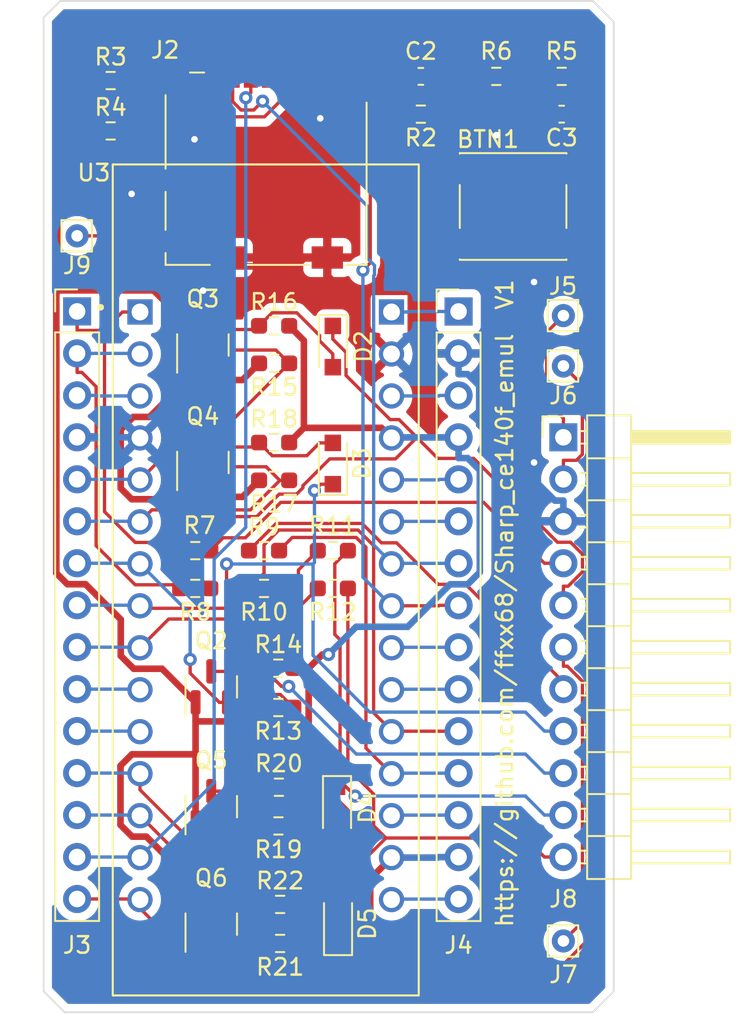
<source format=kicad_pcb>
(kicad_pcb (version 20211014) (generator pcbnew)
  (title_block (title "Sharp CE-140F Emulator") (date "2022-11-15") (rev "1") (comment 4 "AISLER Project ID: DIQRWUOC"))
  (layers (0 "F.Cu" signal) (31 "B.Cu" signal) (34 "B.Paste" user) (35 "F.Paste" user) (36 "B.SilkS" user "B.Silkscreen") (37 "F.SilkS" user "F.Silkscreen") (38 "B.Mask" user) (39 "F.Mask" user) (44 "Edge.Cuts" user))
  (property "CONFIGURATIONPARAMETERS" "")
  (property "CONFIGURATORNAME" "")
  (property "DOCUMENTNUMBER" "MB1136")
  (property "ISUSERCONFIGURABLE" "")
  (property "PROJECT" "NUCLEO-XXXXRX")
  (property "SHEETTOTAL" "5")
  (property "VERSIONCONTROL_PROJFOLDERREVNUMBER" "")
  (property "VERSIONCONTROL_REVNUMBER" "")
  (net 0 "")
  (net 1 "/conn_dout")
  (net 2 "/conn_din")
  (net 3 "/conn_sel2")
  (net 4 "/conn_sel1")
  (net 5 "+5V")
  (net 6 "GND")
  (net 7 "/conn_busy")
  (net 8 "/conn_xout")
  (net 9 "/conn_ack")
  (net 10 "+3V3")
  (net 12 "/sd_sck")
  (net 15 "/sd_cd")
  (net 16 "/Level Conv2/conv_HV")
  (net 17 "/Level Conv3/conv_HV")
  (net 18 "/Level Conv4/conv_HV")
  (net 19 "/Level Conv5/conv_HV")
  (net 20 "/rc_btn")
  (net 21 "CN3_1")
  (net 22 "CN3_2")
  (net 23 "CN4_7")
  (net 24 "CN4_8")
  (net 25 "CN3_3")
  (net 26 "CN3_10")
  (net 27 "CN3_11")
  (net 28 "CN3_5")
  (net 29 "CN3_6")
  (net 30 "CN3_7")
  (net 31 "CN3_8")
  (net 32 "CN4_1")
  (net 33 "CN4_3")
  (net 34 "CN4_5")
  (net 35 "CN4_6")
  (net 36 "CN4_9")
  (net 37 "CN4_10")
  (net 38 "CN4_13")
  (net 39 "CN4_15")
  (net 40 "CN3_15")
  (net 41 "CN3_14")
  (net 42 "CN3_9")
  (net 43 "CN3_12")
  (net 44 "CN3_13")
  (net 45 "CN4_11")
  (net 46 "CN4_12")
  (net 47 "/conn_mtout2")
  (net 48 "/conn_vgg")
  (net 49 "/conn_xin")
  (footprint "Connector_Card:microSD_HC_Molex_104031-0811" (layer "F.Cu") (at 173.482 110.236)
    (fp_text reference "J2")
    (fp_text value "Micro_SD_Card_Det")
  )
  (footprint "Resistor_SMD:R_0603_1608Metric_Pad0.98x0.95mm_HandSolder" (layer "F.Cu") (at 174.2769 147.6678)
    (fp_text reference "R20")
    (fp_text value "10k")
  )
  (footprint "Resistor_SMD:R_0603_1608Metric_Pad0.98x0.95mm_HandSolder" (layer "F.Cu") (at 164.084 107.95)
    (fp_text reference "R4")
    (fp_text value "47k")
  )
  (footprint "Resistor_SMD:R_0603_1608Metric_Pad0.98x0.95mm_HandSolder" (layer "F.Cu") (at 174.3524 154.7595)
    (fp_text reference "R22")
    (fp_text value "10k")
  )
  (footprint "Resistor_SMD:R_0603_1608Metric_Pad0.98x0.95mm_HandSolder" (layer "F.Cu") (at 174.2508 150.0098 180)
    (fp_text reference "R19")
    (fp_text value "10k")
  )
  (footprint "Resistor_SMD:R_0603_1608Metric_Pad0.98x0.95mm_HandSolder" (layer "F.Cu") (at 169.211 135.636 180)
    (fp_text reference "R8")
    (fp_text value "10k")
  )
  (footprint "Connector_Pin:Pin_D0.7mm_L6.5mm_W1.8mm_FlatFork" (layer "F.Cu") (at 162.052 114.3)
    (fp_text reference "J9")
    (fp_text value "Conn_01x01")
  )
  (footprint "Resistor_SMD:R_0603_1608Metric_Pad0.98x0.95mm_HandSolder" (layer "F.Cu") (at 173.99 122.0153 180)
    (fp_text reference "R15")
    (fp_text value "10k")
  )
  (footprint "Resistor_SMD:R_0603_1608Metric_Pad0.98x0.95mm_HandSolder" (layer "F.Cu") (at 173.99 126.8095)
    (fp_text reference "R18")
    (fp_text value "10k")
  )
  (footprint "Connector_Pin:Pin_D0.7mm_L6.5mm_W1.8mm_FlatFork" (layer "F.Cu") (at 191.516 119.126)
    (fp_text reference "J5")
    (fp_text value "Conn_01x01")
  )
  (footprint "Package_TO_SOT_SMD:SOT-23" (layer "F.Cu") (at 169.672 128.016 90)
    (fp_text reference "Q4")
    (fp_text value "BSS138")
  )
  (footprint "Diode_SMD:D_SOD-323_HandSoldering" (layer "F.Cu") (at 177.546 128.0795 90)
    (fp_text reference "D3")
    (fp_text value "1N4148")
  )
  (footprint "Diode_SMD:D_SOD-323_HandSoldering" (layer "F.Cu") (at 177.546 120.9993 -90)
    (fp_text reference "D2")
    (fp_text value "1N4148")
  )
  (footprint "Resistor_SMD:R_0603_1608Metric_Pad0.98x0.95mm_HandSolder" (layer "F.Cu") (at 164.084 104.902)
    (fp_text reference "R3")
    (fp_text value "47k")
  )
  (footprint "Resistor_SMD:R_0603_1608Metric_Pad0.98x0.95mm_HandSolder" (layer "F.Cu") (at 187.452 104.648)
    (fp_text reference "R6")
    (fp_text value "100")
  )
  (footprint "Connector_Pin:Pin_D0.7mm_L6.5mm_W1.8mm_FlatFork" (layer "F.Cu") (at 191.516 122.174)
    (fp_text reference "J6")
    (fp_text value "Conn_01x01")
  )
  (footprint "Resistor_SMD:R_0603_1608Metric_Pad0.98x0.95mm_HandSolder" (layer "F.Cu") (at 173.99 129.0955 180)
    (fp_text reference "R17")
    (fp_text value "10k")
  )
  (footprint "Connector_PinHeader_2.54mm:PinHeader_1x11_P2.54mm_Horizontal" (layer "F.Cu") (at 191.516 126.492)
    (fp_text reference "J8")
    (fp_text value "Sharp PC 11-pin")
  )
  (footprint "Connector_Pin:Pin_D0.7mm_L6.5mm_W1.8mm_FlatFork" (layer "F.Cu") (at 191.516 156.972)
    (fp_text reference "J7")
    (fp_text value "Conn_01x01")
  )
  (footprint "Package_TO_SOT_SMD:SOT-23" (layer "F.Cu") (at 169.672 120.904 90)
    (fp_text reference "Q3")
    (fp_text value "BSS138")
  )
  (footprint "Resistor_SMD:R_0603_1608Metric_Pad0.98x0.95mm_HandSolder" (layer "F.Cu") (at 182.88 106.934 180)
    (fp_text reference "R2")
    (fp_text value "47k")
  )
  (footprint "Resistor_SMD:R_0603_1608Metric_Pad0.98x0.95mm_HandSolder" (layer "F.Cu") (at 174.3524 157.1218 180)
    (fp_text reference "R21")
    (fp_text value "10k")
  )
  (footprint "Package_TO_SOT_SMD:SOT-23" (layer "F.Cu") (at 170.18 141.5946 90)
    (fp_text reference "Q2")
    (fp_text value "BSS138")
  )
  (footprint "Package_TO_SOT_SMD:SOT-23" (layer "F.Cu") (at 170.18 155.956 90)
    (fp_text reference "Q6")
    (fp_text value "BSS138")
  )
  (footprint "Resistor_SMD:R_0603_1608Metric_Pad0.98x0.95mm_HandSolder" (layer "F.Cu") (at 173.3785 135.636 180)
    (fp_text reference "R10")
    (fp_text value "10k")
  )
  (footprint "Button_Switch_SMD:SW_Push_1P1T_NO_6x6mm_H9.5mm" (layer "F.Cu") (at 188.468 112.522)
    (fp_text reference "BTN1")
    (fp_text value "User_button")
  )
  (footprint "Diode_SMD:D_SOD-323_HandSoldering" (layer "F.Cu") (at 177.8009 148.8918 -90)
    (fp_text reference "D4")
    (fp_text value "1N4148")
  )
  (footprint "Resistor_SMD:R_0603_1608Metric_Pad0.98x0.95mm_HandSolder" (layer "F.Cu") (at 169.211 133.35 180)
    (fp_text reference "R7")
    (fp_text value "10k")
  )
  (footprint "Capacitor_SMD:C_0603_1608Metric_Pad1.08x0.95mm_HandSolder" (layer "F.Cu") (at 191.4125 106.934 180)
    (fp_text reference "C3")
    (fp_text value "100n")
  )
  (footprint "Resistor_SMD:R_0603_1608Metric_Pad0.98x0.95mm_HandSolder" (layer "F.Cu") (at 174.2423 142.8435 180)
    (fp_text reference "R13")
    (fp_text value "10k")
  )
  (footprint "Resistor_SMD:R_0603_1608Metric_Pad0.98x0.95mm_HandSolder" (layer "F.Cu") (at 177.546 135.636 180)
    (fp_text reference "R12")
    (fp_text value "10k")
  )
  (footprint "MyLibrary:MODULE_NUCLEO-L432KC" (layer "F.Cu") (at 173.482 135.123)
    (fp_text reference "U3")
    (fp_text value "NUCLEO-L432KC")
  )
  (footprint "Package_TO_SOT_SMD:SOT-23" (layer "F.Cu") (at 170.18 148.844 90)
    (fp_text reference "Q5")
    (fp_text value "BSS138")
  )
  (footprint "Capacitor_SMD:C_0603_1608Metric_Pad1.08x0.95mm_HandSolder" (layer "F.Cu") (at 182.88 104.648 180)
    (fp_text reference "C2")
    (fp_text value "100n")
  )
  (footprint "Resistor_SMD:R_0603_1608Metric_Pad0.98x0.95mm_HandSolder" (layer "F.Cu") (at 173.3785 133.35)
    (fp_text reference "R9")
    (fp_text value "10k")
  )
  (footprint "Resistor_SMD:R_0603_1608Metric_Pad0.98x0.95mm_HandSolder" (layer "F.Cu") (at 174.2423 140.462)
    (fp_text reference "R14")
    (fp_text value "10k")
  )
  (footprint "Resistor_SMD:R_0603_1608Metric_Pad0.98x0.95mm_HandSolder" (layer "F.Cu") (at 173.99 119.7461)
    (fp_text reference "R16")
    (fp_text value "10k")
  )
  (footprint "Resistor_SMD:R_0603_1608Metric_Pad0.98x0.95mm_HandSolder" (layer "F.Cu") (at 191.4125 104.648 180)
    (fp_text reference "R5")
    (fp_text value "47k")
  )
  (footprint "Diode_SMD:D_SOD-323_HandSoldering" (layer "F.Cu") (at 177.8624 155.9279 90)
    (fp_text reference "D5")
    (fp_text value "1N4148")
  )
  (footprint "Connector_PinHeader_2.54mm:PinHeader_1x15_P2.54mm_Vertical" (layer "F.Cu") (at 185.166 118.877)
    (fp_text reference "J4")
    (fp_text value "Conn_01x15")
  )
  (footprint "Resistor_SMD:R_0603_1608Metric_Pad0.98x0.95mm_HandSolder" (layer "F.Cu") (at 177.546 133.35 180)
    (fp_text reference "R11")
    (fp_text value "10k")
  )
  (footprint "Connector_PinHeader_2.54mm:PinHeader_1x15_P2.54mm_Vertical" (layer "F.Cu") (at 162.052 118.872)
    (fp_text reference "J3")
    (fp_text value "Conn_01x15")
  )
  (gr_line (start 194.564 101.346) (end 193.294 100.076) (layer "Edge.Cuts") (width 0.1))
  (gr_line (start 161.036 100.076) (end 160.02 101.092) (layer "Edge.Cuts") (width 0.1))
  (gr_line (start 161.29 161.29) (end 160.02 160.02) (layer "Edge.Cuts") (width 0.1))
  (gr_line (start 194.564 160.02) (end 193.294 161.29) (layer "Edge.Cuts") (width 0.1))
  (gr_line (start 193.294 161.29) (end 161.29 161.29) (layer "Edge.Cuts") (width 0.1))
  (gr_line (start 160.02 160.02) (end 160.02 101.092) (layer "Edge.Cuts") (width 0.1))
  (gr_line (start 194.564 101.346) (end 194.564 160.02) (layer "Edge.Cuts") (width 0.1))
  (gr_line (start 193.294 100.076) (end 161.036 100.076) (layer "Edge.Cuts") (width 0.1))
  (gr_text "V1" (at 187.96 117.856 90) (layer "F.SilkS") (effects (font (size 1 1))))
  (gr_text "https://github.com/ffxx68/Sharp_ce140f_emul" (at 187.96 138.176 90) (layer "F.SilkS") (effects (font (size 1 1))))
  (segment (start 175.732 129.5486) (end 175.351 129.9296) (width 0.2) (layer "F.Cu") (net 1))
  (segment (start 175.351 129.9296) (end 174.2952 129.9296) (width 0.2) (layer "F.Cu") (net 1))
  (segment (start 191.9514 132.842) (end 191.1557 132.842) (width 0.2) (layer "F.Cu") (net 1))
  (segment (start 181.34 127.798) (end 177.3566 127.798) (width 0.2) (layer "F.Cu") (net 1))
  (segment (start 169.3149 132.8939) (end 169.3149 134.8274) (width 0.2) (layer "F.Cu") (net 1))
  (segment (start 192.6736 134.6317) (end 192.6736 133.5642) (width 0.2) (layer "F.Cu") (net 1))
  (segment (start 183.9064 127.767) (end 182.6387 126.4993) (width 0.2) (layer "F.Cu") (net 1))
  (segment (start 178.3463 122.7455) (end 178.3463 121.3499) (width 0.2) (layer "F.Cu") (net 1))
  (segment (start 182.6387 126.4993) (end 181.34 127.798) (width 0.2) (layer "F.Cu") (net 1))
  (segment (start 172.9338 131.291) (end 170.9178 131.291) (width 0.2) (layer "F.Cu") (net 1))
  (segment (start 177.546 119.7493) (end 177.546 120.5496) (width 0.2) (layer "F.Cu") (net 1))
  (segment (start 175.732 129.4226) (end 175.732 129.5486) (width 0.2) (layer "F.Cu") (net 1))
  (segment (start 170.9178 131.291) (end 169.3149 132.8939) (width 0.2) (layer "F.Cu") (net 1))
  (segment (start 186.0807 127.767) (end 183.9064 127.767) (width 0.2) (layer "F.Cu") (net 1))
  (segment (start 181.0194 125.4186) (end 178.3463 122.7455) (width 0.2) (layer "F.Cu") (net 1))
  (segment (start 182.6387 126.4993) (end 181.558 125.4186) (width 0.2) (layer "F.Cu") (net 1))
  (segment (start 178.3463 121.3499) (end 177.546 120.5496) (width 0.2) (layer "F.Cu") (net 1))
  (segment (start 181.558 125.4186) (end 181.0194 125.4186) (width 0.2) (layer "F.Cu") (net 1))
  (segment (start 169.3149 134.8274) (end 170.1235 135.636) (width 0.2) (layer "F.Cu") (net 1))
  (segment (start 177.3566 127.798) (end 175.732 129.4226) (width 0.2) (layer "F.Cu") (net 1))
  (segment (start 174.2952 129.9296) (end 172.9338 131.291) (width 0.2) (layer "F.Cu") (net 1))
  (segment (start 192.6736 133.5642) (end 191.9514 132.842) (width 0.2) (layer "F.Cu") (net 1))
  (segment (start 191.8036 135.5017) (end 192.6736 134.6317) (width 0.2) (layer "F.Cu") (net 1))
  (segment (start 191.516 135.5017) (end 191.8036 135.5017) (width 0.2) (layer "F.Cu") (net 1))
  (segment (start 191.516 136.652) (end 191.516 135.5017) (width 0.2) (layer "F.Cu") (net 1))
  (segment (start 191.1557 132.842) (end 186.0807 127.767) (width 0.2) (layer "F.Cu") (net 1))
  (segment (start 174.291 135.636) (end 173.4892 136.4378) (width 0.2) (layer "F.Cu") (net 2))
  (segment (start 171.9808 136.4378) (end 171.109 135.566) (width 0.2) (layer "F.Cu") (net 2))
  (segment (start 171.109 135.566) (end 171.109 134.1579) (width 0.2) (layer "F.Cu") (net 2))
  (segment (start 176.4323 129.7126) (end 176.7457 129.3992) (width 0.2) (layer "F.Cu") (net 2))
  (segment (start 176.7457 129.3992) (end 176.7457 129.3295) (width 0.2) (layer "F.Cu") (net 2))
  (segment (start 177.546 129.3295) (end 176.7457 129.3295) (width 0.2) (layer "F.Cu") (net 2))
  (segment (start 173.4892 136.4378) (end 171.9808 136.4378) (width 0.2) (layer "F.Cu") (net 2))
  (via (at 176.4323 129.7126) (size 0.8) (drill 0.4) (layers "F.Cu" "B.Cu") (net 2))
  (via (at 171.109 134.1579) (size 0.8) (drill 0.4) (layers "F.Cu" "B.Cu") (net 2))
  (segment (start 189.2154 143.1217) (end 190.3657 144.272) (width 0.2) (layer "B.Cu") (net 2))
  (segment (start 176.3483 139.6892) (end 179.7808 143.1217) (width 0.2) (layer "B.Cu") (net 2))
  (segment (start 176.3483 134.1579) (end 171.109 134.1579) (width 0.2) (layer "B.Cu") (net 2))
  (segment (start 176.4323 134.0739) (end 176.3483 134.1579) (width 0.2) (layer "B.Cu") (net 2))
  (segment (start 176.3483 134.1579) (end 176.3483 139.6892) (width 0.2) (layer "B.Cu") (net 2))
  (segment (start 176.4323 129.7126) (end 176.4323 134.0739) (width 0.2) (layer "B.Cu") (net 2))
  (segment (start 191.516 144.272) (end 190.3657 144.272) (width 0.2) (layer "B.Cu") (net 2))
  (segment (start 179.7808 143.1217) (end 189.2154 143.1217) (width 0.2) (layer "B.Cu") (net 2))
  (segment (start 177.6659 138.4259) (end 177.6659 134.1426) (width 0.2) (layer "F.Cu") (net 3))
  (segment (start 178.2921 147.5917) (end 178.9023 148.2019) (width 0.2) (layer "F.Cu") (net 3))
  (segment (start 177.9845 138.7445) (end 177.6659 138.4259) (width 0.2) (layer "F.Cu") (net 3))
  (segment (start 177.8009 147.6418) (end 177.8009 147.5917) (width 0.2) (layer "F.Cu") (net 3))
  (segment (start 177.9845 146.6579) (end 177.9845 138.7445) (width 0.2) (layer "F.Cu") (net 3))
  (segment (start 177.8009 146.8415) (end 177.9845 146.6579) (width 0.2) (layer "F.Cu") (net 3))
  (segment (start 177.8009 147.5917) (end 178.2921 147.5917) (width 0.2) (layer "F.Cu") (net 3))
  (segment (start 177.8009 147.5917) (end 177.8009 146.8415) (width 0.2) (layer "F.Cu") (net 3))
  (segment (start 177.6659 134.1426) (end 178.4585 133.35) (width 0.2) (layer "F.Cu") (net 3))
  (via (at 178.9023 148.2019) (size 0.8) (drill 0.4) (layers "F.Cu" "B.Cu") (net 3))
  (segment (start 191.516 149.352) (end 190.3657 149.352) (width 0.2) (layer "B.Cu") (net 3))
  (segment (start 189.2156 148.2019) (end 178.9023 148.2019) (width 0.2) (layer "B.Cu") (net 3))
  (segment (start 190.3657 149.352) (end 189.2156 148.2019) (width 0.2) (layer "B.Cu") (net 3))
  (segment (start 177.8624 157.1779) (end 177.8624 156.3776) (width 0.2) (layer "F.Cu") (net 4))
  (segment (start 178.6627 155.5773) (end 177.8624 156.3776) (width 0.2) (layer "F.Cu") (net 4))
  (segment (start 178.6627 152.8404) (end 178.6627 155.5773) (width 0.2) (layer "F.Cu") (net 4))
  (segment (start 191.516 151.892) (end 190.3657 151.892) (width 0.2) (layer "F.Cu") (net 4))
  (segment (start 180.02 148.0835) (end 178.4585 146.522) (width 0.2) (layer "F.Cu") (net 4))
  (segment (start 180.7613 150.7418) (end 178.6627 152.8404) (width 0.2) (layer "F.Cu") (net 4))
  (segment (start 180.7613 150.7418) (end 180.02 150.0005) (width 0.2) (layer "F.Cu") (net 4))
  (segment (start 190.3657 151.892) (end 189.2155 150.7418) (width 0.2) (layer "F.Cu") (net 4))
  (segment (start 180.02 150.0005) (end 180.02 148.0835) (width 0.2) (layer "F.Cu") (net 4))
  (segment (start 189.2155 150.7418) (end 180.7613 150.7418) (width 0.2) (layer "F.Cu") (net 4))
  (segment (start 178.4585 146.522) (end 178.4585 135.636) (width 0.2) (layer "F.Cu") (net 4))
  (segment (start 175.793 125.919) (end 174.9025 126.8095) (width 0.4) (layer "F.Cu") (net 5))
  (segment (start 175.3674 147.4898) (end 175.1894 147.6678) (width 0.4) (layer "F.Cu") (net 5))
  (segment (start 176.91 139.6348) (end 176.0828 140.462) (width 0.4) (layer "F.Cu") (net 5))
  (segment (start 178.7013 149.4231) (end 178.7013 151.3231) (width 0.4) (layer "F.Cu") (net 5))
  (segment (start 175.1548 140.462) (end 176.0828 140.462) (width 0.4) (layer "F.Cu") (net 5))
  (segment (start 175.793 120.6366) (end 175.793 125.919) (width 0.4) (layer "F.Cu") (net 5))
  (segment (start 177.1352 148.5422) (end 177.8204 148.5422) (width 0.4) (layer "F.Cu") (net 5))
  (segment (start 176.0828 147.4898) (end 177.1352 148.5422) (width 0.4) (layer "F.Cu") (net 5))
  (segment (start 178.7013 151.3231) (end 175.2649 154.7595) (width 0.4) (layer "F.Cu") (net 5))
  (segment (start 177.8204 148.5422) (end 178.7013 149.4231) (width 0.4) (layer "F.Cu") (net 5))
  (segment (start 181.102 126.528) (end 180.493 125.919) (width 0.4) (layer "F.Cu") (net 5))
  (segment (start 176.0828 147.4898) (end 175.3674 147.4898) (width 0.4) (layer "F.Cu") (net 5))
  (segment (start 177.2842 139.6348) (end 176.91 139.6348) (width 0.4) (layer "F.Cu") (net 5))
  (segment (start 174.9025 119.7461) (end 175.793 120.6366) (width 0.4) (layer "F.Cu") (net 5))
  (segment (start 180.493 125.919) (end 175.793 125.919) (width 0.4) (layer "F.Cu") (net 5))
  (segment (start 176.0828 140.462) (end 176.0828 147.4898) (width 0.4) (layer "F.Cu") (net 5))
  (via (at 177.2842 139.6348) (size 0.8) (drill 0.4) (layers "F.Cu" "B.Cu") (net 5))
  (segment (start 182.0824 137.958) (end 178.961 137.958) (width 0.4) (layer "B.Cu") (net 5))
  (segment (start 178.961 137.958) (end 177.2842 139.6348) (width 0.4) (layer "B.Cu") (net 5))
  (segment (start 185.166 126.497) (end 185.166 127.7473) (width 0.4) (layer "B.Cu") (net 5))
  (segment (start 184.6534 135.387) (end 182.0824 137.958) (width 0.4) (layer "B.Cu") (net 5))
  (segment (start 181.133 126.497) (end 181.102 126.528) (width 0.4) (layer "B.Cu") (net 5))
  (segment (start 185.713 127.7473) (end 186.4526 128.4869) (width 0.4) (layer "B.Cu") (net 5))
  (segment (start 185.7204 135.387) (end 184.6534 135.387) (width 0.4) (layer "B.Cu") (net 5))
  (segment (start 186.4526 128.4869) (end 186.4526 134.6548) (width 0.4) (layer "B.Cu") (net 5))
  (segment (start 185.166 127.7473) (end 185.713 127.7473) (width 0.4) (layer "B.Cu") (net 5))
  (segment (start 185.166 126.497) (end 181.133 126.497) (width 0.4) (layer "B.Cu") (net 5))
  (segment (start 186.4526 134.6548) (end 185.7204 135.387) (width 0.4) (layer "B.Cu") (net 5))
  (segment (start 192.443 114.772) (end 191.2677 114.772) (width 0.4) (layer "F.Cu") (net 6))
  (segment (start 184.493 115.2971) (end 190.7426 115.2971) (width 0.4) (layer "F.Cu") (net 6))
  (segment (start 169.6833 117.6147) (end 170.6117 116.6863) (width 0.4) (layer "F.Cu") (net 6))
  (segment (start 177.212 115.611) (end 175.8617 115.611) (width 0.4) (layer "F.Cu") (net 6))
  (segment (start 182.2723 120.2777) (end 181.102 121.448) (width 0.4) (layer "F.Cu") (net 6))
  (segment (start 177.212 115.611) (end 177.212 116.6863) (width 0.4) (layer "F.Cu") (net 6))
  (segment (start 184.493 114.772) (end 184.493 115.2971) (width 0.4) (layer "F.Cu") (net 6))
  (segment (start 184.493 115.2971) (end 184.493 115.8223) (width 0.4) (layer "F.Cu") (net 6))
  (segment (start 182.0175 104.648) (end 182.9135 103.752) (width 0.4) (layer "F.Cu") (net 6))
  (segment (start 185.6435 103.752) (end 186.5395 104.648) (width 0.4) (layer "F.Cu") (net 6))
  (segment (start 182.9135 103.752) (end 185.6435 103.752) (width 0.4) (layer "F.Cu") (net 6))
  (segment (start 172.302 109.3113) (end 175.877 105.7363) (width 0.4) (layer "F.Cu") (net 6))
  (segment (start 167.917 104.911) (end 167.917 105.9863) (width 0.4) (layer "F.Cu") (net 6))
  (segment (start 179.237 104.648) (end 182.0175 104.648) (width 0.4) (layer "F.Cu") (net 6))
  (segment (start 184.1928 115.8223) (end 184.493 115.8223) (width 0.4) (layer "F.Cu") (net 6))
  (segment (start 175.877 103.8357) (end 178.6136 103.8357) (width 0.4) (layer "F.Cu") (net 6))
  (segment (start 170.6117 116.6863) (end 171.242 116.6863) (width 0.4) (layer "F.Cu") (net 6))
  (segment (start 182.2723 120.2777) (end 182.2723 117.7428) (width 0.4) (layer "F.Cu") (net 6))
  (segment (start 178.2102 117.6845) (end 177.212 116.6863) (width 0.4) (layer "F.Cu") (net 6))
  (segment (start 182.2723 120.2777) (end 182.7764 120.2777) (width 0.4) (layer "F.Cu") (net 6))
  (segment (start 171.242 116.1486) (end 175.3241 116.1486) (width 0.4) (layer "F.Cu") (net 6))
  (segment (start 171.242 109.3113) (end 167.917 105.9863) (width 0.4) (layer "F.Cu") (net 6))
  (segment (start 182.7764 120.2777) (end 183.9157 121.417) (width 0.4) (layer "F.Cu") (net 6))
  (segment (start 175.877 104.786) (end 175.877 103.8357) (width 0.4) (layer "F.Cu") (net 6))
  (segment (start 171.242 116.1486) (end 171.242 116.6863) (width 0.4) (layer "F.Cu") (net 6))
  (segment (start 171.242 109.3113) (end 172.302 109.3113) (width 0.4) (layer "F.Cu") (net 6))
  (segment (start 182.214 117.6845) (end 178.2102 117.6845) (width 0.4) (layer "F.Cu") (net 6))
  (segment (start 179.237 105.136) (end 179.237 104.648) (width 0.4) (layer "F.Cu") (net 6))
  (segment (start 175.3241 116.1486) (end 175.8617 115.611) (width 0.4) (layer "F.Cu") (net 6))
  (segment (start 175.877 104.786) (end 175.877 105.7363) (width 0.4) (layer "F.Cu") (net 6))
  (segment (start 171.242 115.611) (end 171.242 109.3113) (width 0.4) (layer "F.Cu") (net 6))
  (segment (start 182.2723 117.7428) (end 184.1928 115.8223) (width 0.4) (layer "F.Cu") (net 6))
  (segment (start 185.166 121.417) (end 183.9157 121.417) (width 0.4) (layer "F.Cu") (net 6))
  (segment (start 179.237 104.4591) (end 179.237 104.648) (width 0.4) (layer "F.Cu") (net 6))
  (segment (start 190.7426 115.2971) (end 191.2677 114.772) (width 0.4) (layer "F.Cu") (net 6))
  (segment (start 171.242 115.611) (end 171.242 116.1486) (width 0.4) (layer "F.Cu") (net 6))
  (segment (start 178.6136 103.8357) (end 179.237 104.4591) (width 0.4) (layer "F.Cu") (net 6))
  (segment (start 182.2723 117.7428) (end 182.214 117.6845) (width 0.4) (layer "F.Cu") (net 6))
  (via (at 169.6833 117.6147) (size 0.8) (drill 0.4) (layers "F.Cu" "B.Cu") (net 6))
  (via (at 189.738 128.016) (size 0.8) (drill 0.4) (layers "F.Cu" "B.Cu") (net 6))
  (via (at 187.452 108.204) (size 0.8) (drill 0.4) (layers "F.Cu" "B.Cu") (net 6))
  (via (at 176.784 107.188) (size 0.8) (drill 0.4) (layers "F.Cu" "B.Cu") (net 6))
  (via (at 169.164 108.458) (size 0.8) (drill 0.4) (layers "F.Cu" "B.Cu") (net 6))
  (via (at 165.354 111.76) (size 0.8) (drill 0.4) (layers "F.Cu" "B.Cu") (net 6))
  (via (at 189.738 117.094) (size 0.8) (drill 0.4) (layers "F.Cu" "B.Cu") (net 6))
  (segment (start 186.4163 125.7401) (end 190.9979 130.3217) (width 0.4) (layer "B.Cu") (net 6))
  (segment (start 190.9979 130.3217) (end 191.516 130.3217) (width 0.4) (layer "B.Cu") (net 6))
  (segment (start 191.516 131.572) (end 191.516 130.3217) (width 0.4) (layer "B.Cu") (net 6))
  (segment (start 185.7131 122.6673) (end 186.4163 123.3705) (width 0.4) (layer "B.Cu") (net 6))
  (segment (start 162.052 126.492) (end 165.826 126.492) (width 0.4) (layer "B.Cu") (net 6))
  (segment (start 186.4163 123.3705) (end 186.4163 125.7401) (width 0.4) (layer "B.Cu") (net 6))
  (segment (start 165.826 126.492) (end 169.6833 122.6347) (width 0.4) (layer "B.Cu") (net 6))
  (segment (start 169.6833 122.6347) (end 169.6833 117.6147) (width 0.4) (layer "B.Cu") (net 6))
  (segment (start 165.826 126.492) (end 165.862 126.528) (width 0.4) (layer "B.Cu") (net 6))
  (segment (start 185.166 122.6673) (end 185.7131 122.6673) (width 0.4) (layer "B.Cu") (net 6))
  (segment (start 185.166 121.417) (end 185.166 122.6673) (width 0.4) (layer "B.Cu") (net 6))
  (segment (start 186.6803 130.4266) (end 190.3657 134.112) (width 0.2) (layer "F.Cu") (net 7))
  (segment (start 170.1235 133.35) (end 170.8998 132.5737) (width 0.2) (layer "F.Cu") (net 7))
  (segment (start 191.516 134.112) (end 190.3657 134.112) (width 0.2) (layer "F.Cu") (net 7))
  (segment (start 172.2464 132.5737) (end 174.3935 130.4266) (width 0.2) (layer "F.Cu") (net 7))
  (segment (start 174.3935 130.4266) (end 186.6803 130.4266) (width 0.2) (layer "F.Cu") (net 7))
  (segment (start 170.8998 132.5737) (end 172.2464 132.5737) (width 0.2) (layer "F.Cu") (net 7))
  (segment (start 181.4144 132.878) (end 180.4918 132.878) (width 0.2) (layer "F.Cu") (net 8))
  (segment (start 185.5955 135.387) (end 183.9234 135.387) (width 0.2) (layer "F.Cu") (net 8))
  (segment (start 179.3161 131.7023) (end 174.1137 131.7023) (width 0.2) (layer "F.Cu") (net 8))
  (segment (start 183.9234 135.387) (end 181.4144 132.878) (width 0.2) (layer "F.Cu") (net 8))
  (segment (start 174.1137 131.7023) (end 172.466 133.35) (width 0.2) (layer "F.Cu") (net 8))
  (segment (start 191.516 141.732) (end 191.516 141.3075) (width 0.2) (layer "F.Cu") (net 8))
  (segment (start 180.4918 132.878) (end 179.3161 131.7023) (width 0.2) (layer "F.Cu") (net 8))
  (segment (start 191.516 141.3075) (end 185.5955 135.387) (width 0.2) (layer "F.Cu") (net 8))
  (segment (start 173.3298 140.462) (end 174.4357 141.5679) (width 0.2) (layer "F.Cu") (net 9))
  (segment (start 174.4357 141.5679) (end 174.8745 141.5679) (width 0.2) (layer "F.Cu") (net 9))
  (segment (start 173.1347 140.6571) (end 173.3298 140.462) (width 0.2) (layer "F.Cu") (net 9))
  (segment (start 170.18 140.6571) (end 173.1347 140.6571) (width 0.2) (layer "F.Cu") (net 9))
  (via (at 174.8745 141.5679) (size 0.8) (drill 0.4) (layers "F.Cu" "B.Cu") (net 9))
  (segment (start 190.3657 146.812) (end 189.2154 145.6617) (width 0.2) (layer "B.Cu") (net 9))
  (segment (start 191.516 146.812) (end 190.3657 146.812) (width 0.2) (layer "B.Cu") (net 9))
  (segment (start 189.2154 145.6617) (end 178.9683 145.6617) (width 0.2) (layer "B.Cu") (net 9))
  (segment (start 178.9683 145.6617) (end 174.8745 141.5679) (width 0.2) (layer "B.Cu") (net 9))
  (segment (start 163.1715 104.902) (end 165.0641 103.0094) (width 0.4) (layer "F.Cu") (net 10))
  (segment (start 165.0641 103.0094) (end 172.8507 103.0094) (width 0.4) (layer "F.Cu") (net 10))
  (segment (start 183.7925 105.5611) (end 183.7925 106.934) (width 0.4) (layer "F.Cu") (net 10))
  (segment (start 169.23 143.6834) (end 172.4899 143.6834) (width 0.4) (layer "F.Cu") (net 10))
  (segment (start 165.3561 130.2393) (end 167.4362 130.2393) (width 0.4) (layer "F.Cu") (net 10))
  (segment (start 168.2409 155.9044) (end 169.23 156.8935) (width 0.4) (layer "F.Cu") (net 10))
  (segment (start 169.8625 130.094) (end 172.079 130.094) (width 0.4) (layer "F.Cu") (net 10))
  (segment (start 169.23 149.7815) (end 170.3717 150.9232) (width 0.4) (layer "F.Cu") (net 10))
  (segment (start 165.3874 150.658) (end 166.2472 150.658) (width 0.4) (layer "F.Cu") (net 10))
  (segment (start 168.722 121.8415) (end 168.722 122.9798) (width 0.4) (layer "F.Cu") (net 10))
  (segment (start 172.8507 103.0094) (end 173.677 103.8357) (width 0.4) (layer "F.Cu") (net 10))
  (segment (start 183.7925 105.5611) (end 183.7925 104.698) (width 0.4) (layer "F.Cu") (net 10))
  (segment (start 173.677 104.786) (end 173.677 103.8357) (width 0.4) (layer "F.Cu") (net 10))
  (segment (start 166.6849 117.5978) (end 168.722 119.6349) (width 0.4) (layer "F.Cu") (net 10))
  (segment (start 163.1715 107.95) (end 160.9406 110.1809) (width 0.4) (layer "F.Cu") (net 10))
  (segment (start 174.4026 103.1101) (end 173.677 103.8357) (width 0.4) (layer "F.Cu") (net 10))
  (segment (start 172.4249 150.9232) (end 173.3383 150.0098) (width 0.4) (layer "F.Cu") (net 10))
  (segment (start 160.9406 110.1809) (end 160.9406 117.5978) (width 0.4) (layer "F.Cu") (net 10))
  (segment (start 169.23 142.5321) (end 167.1961 140.4982) (width 0.4) (layer "F.Cu") (net 10))
  (segment (start 160.9406 117.5978) (end 166.6849 117.5978) (width 0.4) (layer "F.Cu") (net 10))
  (segment (start 169.23 143.6834) (end 169.23 142.5321) (width 0.4) (layer "F.Cu") (net 10))
  (segment (start 164.681 146.3666) (end 164.681 149.9516) (width 0.4) (layer "F.Cu") (net 10))
  (segment (start 170.3717 150.9232) (end 172.4249 150.9232) (width 0.4) (layer "F.Cu") (net 10))
  (segment (start 169.23 145.6766) (end 169.23 143.6834) (width 0.4) (layer "F.Cu") (net 10))
  (segment (start 166.4438 125.258) (end 165.4609 125.258) (width 0.4) (layer "F.Cu") (net 10))
  (segment (start 168.722 122.9798) (end 166.4438 125.258) (width 0.4) (layer "F.Cu") (net 10))
  (segment (start 161.4625 135.382) (end 160.7919 134.7114) (width 0.4) (layer "F.Cu") (net 10))
  (segment (start 169.23 145.6766) (end 165.371 145.6766) (width 0.4) (layer "F.Cu") (net 10))
  (segment (start 168.2409 152.6517) (end 168.2409 155.9044) (width 0.4) (layer "F.Cu") (net 10))
  (segment (start 187.452 105.5611) (end 187.452 104.1606) (width 0.4) (layer "F.Cu") (net 10))
  (segment (start 183.7925 104.698) (end 183.7425 104.648) (width 0.4) (layer "F.Cu") (net 10))
  (segment (start 167.4362 130.2393) (end 168.722 128.9535) (width 0.4) (layer "F.Cu") (net 10))
  (segment (start 186.4015 103.1101) (end 174.4026 103.1101) (width 0.4) (layer "F.Cu") (net 10))
  (segment (start 164.6937 126.0252) (end 164.6937 129.5769) (width 0.4) (layer "F.Cu") (net 10))
  (segment (start 178.5377 158.0783) (end 174.3964 158.0783) (width 0.4) (layer "F.Cu") (net 10))
  (segment (start 172.5001 158.0616) (end 170.3981 158.0616) (width 0.4) (layer "F.Cu") (net 10))
  (segment (start 179.8129 156.8031) (end 178.5377 158.0783) (width 0.4) (layer "F.Cu") (net 10))
  (segment (start 172.4899 143.6834) (end 173.3298 142.8435) (width 0.4) (layer "F.Cu") (net 10))
  (segment (start 165.4609 125.258) (end 164.6937 126.0252) (width 0.4) (layer "F.Cu") (net 10))
  (segment (start 179.8129 153.2171) (end 179.8129 156.8031) (width 0.4) (layer "F.Cu") (net 10))
  (segment (start 165.4798 140.4982) (end 164.6966 139.715) (width 0.4) (layer "F.Cu") (net 10))
  (segment (start 168.722 128.9535) (end 169.8625 130.094) (width 0.4) (layer "F.Cu") (net 10))
  (segment (start 173.4399 157.1218) (end 172.5001 158.0616) (width 0.4) (layer "F.Cu") (net 10))
  (segment (start 170.3981 158.0616) (end 169.23 156.8935) (width 0.4) (layer "F.Cu") (net 10))
  (segment (start 162.5642 135.382) (end 161.4625 135.382) (width 0.4) (layer "F.Cu") (net 10))
  (segment (start 168.722 122.9798) (end 168.7649 123.0227) (width 0.4) (layer "F.Cu") (net 10))
  (segment (start 181.102 151.928) (end 179.8129 153.2171) (width 0.4) (layer "F.Cu") (net 10))
  (segment (start 163.1715 107.95) (end 163.1715 104.902) (width 0.4) (layer "F.Cu") (net 10))
  (segment (start 174.3964 158.0783) (end 173.4399 157.1218) (width 0.4) (layer "F.Cu") (net 10))
  (segment (start 164.681 149.9516) (end 165.3874 150.658) (width 0.4) (layer "F.Cu") (net 10))
  (segment (start 165.371 145.6766) (end 164.681 146.3666) (width 0.4) (layer "F.Cu") (net 10))
  (segment (start 187.452 104.1606) (end 186.4015 103.1101) (width 0.4) (layer "F.Cu") (net 10))
  (segment (start 172.079 130.094) (end 173.0775 129.0955) (width 0.4) (layer "F.Cu") (net 10))
  (segment (start 160.7919 117.7465) (end 160.9406 117.5978) (width 0.4) (layer "F.Cu") (net 10))
  (segment (start 164.6937 129.5769) (end 165.3561 130.2393) (width 0.4) (layer "F.Cu") (net 10))
  (segment (start 169.23 149.7815) (end 169.23 145.6766) (width 0.4) (layer "F.Cu") (net 10))
  (segment (start 168.7649 123.0227) (end 172.0701 123.0227) (width 0.4) (layer "F.Cu") (net 10))
  (segment (start 166.2472 150.658) (end 168.2409 152.6517) (width 0.4) (layer "F.Cu") (net 10))
  (segment (start 168.722 119.6349) (end 168.722 121.8415) (width 0.4) (layer "F.Cu") (net 10))
  (segment (start 164.6966 137.5144) (end 162.5642 135.382) (width 0.4) (layer "F.Cu") (net 10))
  (segment (start 189.5869 105.5611) (end 190.5 104.648) (width 0.4) (layer "F.Cu") (net 10))
  (segment (start 160.7919 134.7114) (end 160.7919 117.7465) (width 0.4) (layer "F.Cu") (net 10))
  (segment (start 164.6966 139.715) (end 164.6966 137.5144) (width 0.4) (layer "F.Cu") (net 10))
  (segment (start 167.1961 140.4982) (end 165.4798 140.4982) (width 0.4) (layer "F.Cu") (net 10))
  (segment (start 187.452 105.5611) (end 189.5869 105.5611) (width 0.4) (layer "F.Cu") (net 10))
  (segment (start 183.7925 105.5611) (end 187.452 105.5611) (width 0.4) (layer "F.Cu") (net 10))
  (segment (start 172.0701 123.0227) (end 173.0775 122.0153) (width 0.4) (layer "F.Cu") (net 10))
  (segment (start 183.8847 151.928) (end 181.102 151.928) (width 0.4) (layer "B.Cu") (net 10))
  (segment (start 183.9157 151.897) (end 183.8847 151.928) (width 0.4) (layer "B.Cu") (net 10))
  (segment (start 185.166 151.897) (end 183.9157 151.897) (width 0.4) (layer "B.Cu") (net 10))
  (segment (start 174.777 105.7212) (end 174.777 104.786) (width 0.2) (layer "F.Cu") (net 12))
  (segment (start 173.4022 107.096) (end 174.777 105.7212) (width 0.2) (layer "F.Cu") (net 12))
  (segment (start 171.2145 107.096) (end 173.4022 107.096) (width 0.2) (layer "F.Cu") (net 12))
  (segment (start 168.8164 103.9357) (end 169.2757 104.395) (width 0.2) (layer "F.Cu") (net 12))
  (segment (start 166.5438 104.3618) (end 166.9699 103.9357) (width 0.2) (layer "F.Cu") (net 12))
  (segment (start 164.2056 105.6929) (end 164.2056 108.4438) (width 0.2) (layer "F.Cu") (net 12))
  (segment (start 169.2757 105.1572) (end 171.2145 107.096) (width 0.2) (layer "F.Cu") (net 12))
  (segment (start 166.9699 103.9357) (end 168.8164 103.9357) (width 0.2) (layer "F.Cu") (net 12))
  (segment (start 164.5767 108.8149) (end 165.4077 108.8149) (width 0.2) (layer "F.Cu") (net 12))
  (segment (start 164.9965 104.902) (end 164.2056 105.6929) (width 0.2) (layer "F.Cu") (net 12))
  (segment (start 165.4077 108.8149) (end 166.5438 107.6788) (width 0.2) (layer "F.Cu") (net 12))
  (segment (start 169.2757 104.395) (end 169.2757 105.1572) (width 0.2) (layer "F.Cu") (net 12))
  (segment (start 166.5438 107.6788) (end 166.5438 104.3618) (width 0.2) (layer "F.Cu") (net 12))
  (segment (start 164.2056 108.4438) (end 164.5767 108.8149) (width 0.2) (layer "F.Cu") (net 12))
  (segment (start 162.052 114.3) (end 166.5057 114.3) (width 0.2) (layer "F.Cu") (net 15))
  (segment (start 166.5057 114.3) (end 166.8417 114.636) (width 0.2) (layer "F.Cu") (net 15))
  (segment (start 167.742 114.636) (end 166.8417 114.636) (width 0.2) (layer "F.Cu") (net 15))
  (segment (start 176.7457 120.3352) (end 176.7457 120.6487) (width 0.2) (layer "F.Cu") (net 16))
  (segment (start 175.3683 118.9578) (end 176.7457 120.3352) (width 0.2) (layer "F.Cu") (net 16))
  (segment (start 177.546 122.2493) (end 177.546 121.449) (width 0.2) (layer "F.Cu") (net 16))
  (segment (start 176.7457 120.6487) (end 177.546 121.449) (width 0.2) (layer "F.Cu") (net 16))
  (segment (start 173.0775 119.7461) (end 173.8658 118.9578) (width 0.2) (layer "F.Cu") (net 16))
  (segment (start 169.672 119.9665) (end 172.8571 119.9665) (width 0.2) (layer "F.Cu") (net 16))
  (segment (start 172.8571 119.9665) (end 173.0775 119.7461) (width 0.2) (layer "F.Cu") (net 16))
  (segment (start 173.8658 118.9578) (end 175.3683 118.9578) (width 0.2) (layer "F.Cu") (net 16))
  (segment (start 175.9693 127.6059) (end 173.8739 127.6059) (width 0.2) (layer "F.Cu") (net 17))
  (segment (start 169.672 127.0785) (end 172.8085 127.0785) (width 0.2) (layer "F.Cu") (net 17))
  (segment (start 176.7457 126.8295) (end 175.9693 127.6059) (width 0.2) (layer "F.Cu") (net 17))
  (segment (start 172.8085 127.0785) (end 173.0775 126.8095) (width 0.2) (layer "F.Cu") (net 17))
  (segment (start 173.8739 127.6059) (end 173.0775 126.8095) (width 0.2) (layer "F.Cu") (net 17))
  (segment (start 177.546 126.8295) (end 176.7457 126.8295) (width 0.2) (layer "F.Cu") (net 17))
  (segment (start 173.1257 147.9065) (end 173.3644 147.6678) (width 0.2) (layer "F.Cu") (net 18))
  (segment (start 174.1407 148.4441) (end 175.3029 148.4441) (width 0.2) (layer "F.Cu") (net 18))
  (segment (start 177.8009 150.1418) (end 177.0006 150.1418) (width 0.2) (layer "F.Cu") (net 18))
  (segment (start 175.3029 148.4441) (end 177.0006 150.1418) (width 0.2) (layer "F.Cu") (net 18))
  (segment (start 170.18 147.9065) (end 173.1257 147.9065) (width 0.2) (layer "F.Cu") (net 18))
  (segment (start 173.3644 147.6678) (end 174.1407 148.4441) (width 0.2) (layer "F.Cu") (net 18))
  (segment (start 177.8624 154.6779) (end 177.0621 154.6779) (width 0.2) (layer "F.Cu") (net 19))
  (segment (start 174.224 155.5436) (end 173.4399 154.7595) (width 0.2) (layer "F.Cu") (net 19))
  (segment (start 176.1964 155.5436) (end 174.224 155.5436) (width 0.2) (layer "F.Cu") (net 19))
  (segment (start 170.18 155.0185) (end 173.1809 155.0185) (width 0.2) (layer "F.Cu") (net 19))
  (segment (start 173.1809 155.0185) (end 173.4399 154.7595) (width 0.2) (layer "F.Cu") (net 19))
  (segment (start 177.0621 154.6779) (end 176.1964 155.5436) (width 0.2) (layer "F.Cu") (net 19))
  (segment (start 190.9967 103.8621) (end 189.1504 103.8621) (width 0.2) (layer "F.Cu") (net 20))
  (segment (start 191.3109 104.1763) (end 190.9967 103.8621) (width 0.2) (layer "F.Cu") (net 20))
  (segment (start 189.1504 103.8621) (end 188.3645 104.648) (width 0.2) (layer "F.Cu") (net 20))
  (segment (start 191.3109 106.1731) (end 191.3109 104.1763) (width 0.2) (layer "F.Cu") (net 20))
  (segment (start 190.55 106.934) (end 191.3109 106.1731) (width 0.2) (layer "F.Cu") (net 20))
  (segment (start 168.2985 133.35) (end 167.8023 132.8538) (width 0.2) (layer "F.Cu") (net 21))
  (segment (start 162.052 120.0223) (end 163.714 120.0223) (width 0.2) (layer "F.Cu") (net 21))
  (segment (start 163.714 130.9934) (end 163.714 120.0223) (width 0.2) (layer "F.Cu") (net 21))
  (segment (start 164.7967 118.908) (end 163.714 119.9907) (width 0.2) (layer "F.Cu") (net 21))
  (segment (start 165.5744 132.8538) (end 163.714 130.9934) (width 0.2) (layer "F.Cu") (net 21))
  (segment (start 165.862 118.908) (end 164.7967 118.908) (width 0.2) (layer "F.Cu") (net 21))
  (segment (start 163.714 119.9907) (end 163.714 120.0223) (width 0.2) (layer "F.Cu") (net 21))
  (segment (start 167.8023 132.8538) (end 165.5744 132.8538) (width 0.2) (layer "F.Cu") (net 21))
  (segment (start 162.052 118.872) (end 162.052 120.0223) (width 0.2) (layer "F.Cu") (net 21))
  (segment (start 162.052 121.412) (end 162.052 122.5623) (width 0.2) (layer "F.Cu") (net 22))
  (segment (start 165.5686 135.418) (end 168.0805 135.418) (width 0.2) (layer "F.Cu") (net 22))
  (segment (start 163.2023 133.0517) (end 165.5686 135.418) (width 0.2) (layer "F.Cu") (net 22))
  (segment (start 162.3397 122.5623) (end 163.2023 123.4249) (width 0.2) (layer "F.Cu") (net 22))
  (segment (start 168.0805 135.418) (end 168.2985 135.636) (width 0.2) (layer "F.Cu") (net 22))
  (segment (start 163.2023 123.4249) (end 163.2023 133.0517) (width 0.2) (layer "F.Cu") (net 22))
  (segment (start 162.052 122.5623) (end 162.3397 122.5623) (width 0.2) (layer "F.Cu") (net 22))
  (segment (start 165.826 121.412) (end 165.862 121.448) (width 0.2) (layer "B.Cu") (net 22))
  (segment (start 162.052 121.412) (end 165.826 121.412) (width 0.2) (layer "B.Cu") (net 22))
  (segment (start 171.477 106.1734) (end 171.477 105.6363) (width 0.2) (layer "F.Cu") (net 23))
  (segment (start 171.477 104.786) (end 171.477 105.6363) (width 0.2) (layer "F.Cu") (net 23))
  (segment (start 173.2899 106.1492) (end 172.7563 106.6828) (width 0.2) (layer "F.Cu") (net 23))
  (segment (start 172.7563 106.6828) (end 171.9864 106.6828) (width 0.2) (layer "F.Cu") (net 23))
  (segment (start 166.1435 106.803) (end 164.9965 107.95) (width 0.2) (layer "F.Cu") (net 23))
  (segment (start 171.0767 103.5354) (end 166.8041 103.5354) (width 0.2) (layer "F.Cu") (net 23))
  (segment (start 166.1435 104.196) (end 166.1435 106.803) (width 0.2) (layer "F.Cu") (net 23))
  (segment (start 166.8041 103.5354) (end 166.1435 104.196) (width 0.2) (layer "F.Cu") (net 23))
  (segment (start 171.477 103.9357) (end 171.0767 103.5354) (width 0.2) (layer "F.Cu") (net 23))
  (segment (start 171.9864 106.6828) (end 171.477 106.1734) (width 0.2) (layer "F.Cu") (net 23))
  (segment (start 171.477 104.786) (end 171.477 103.9357) (width 0.2) (layer "F.Cu") (net 23))
  (via (at 173.2899 106.1492) (size 0.8) (drill 0.4) (layers "F.Cu" "B.Cu") (net 23))
  (segment (start 181.133 134.117) (end 180.0212 133.0052) (width 0.2) (layer "B.Cu") (net 23))
  (segment (start 180.0212 116.7193) (end 180.0725 116.668) (width 0.2) (layer "B.Cu") (net 23))
  (segment (start 185.166 134.117) (end 181.133 134.117) (width 0.2) (layer "B.Cu") (net 23))
  (segment (start 181.133 134.117) (end 181.102 134.148) (width 0.2) (layer "B.Cu") (net 23))
  (segment (start 180.0725 116.668) (end 180.0725 116.0878) (width 0.2) (layer "B.Cu") (net 23))
  (segment (start 179.6219 115.6373) (end 179.6219 112.4812) (width 0.2) (layer "B.Cu") (net 23))
  (segment (start 180.0212 133.0052) (end 180.0212 116.7193) (width 0.2) (layer "B.Cu") (net 23))
  (segment (start 179.622 115.6373) (end 179.6219 115.6373) (width 0.2) (layer "B.Cu") (net 23))
  (segment (start 180.0725 116.0878) (end 179.622 115.6373) (width 0.2) (layer "B.Cu") (net 23))
  (segment (start 179.6219 112.4812) (end 173.2899 106.1492) (width 0.2) (layer "B.Cu") (net 23))
  (segment (start 179.8147 108.474) (end 176.977 105.6363) (width 0.2) (layer "F.Cu") (net 24))
  (segment (start 180.4275 108.474) (end 179.8147 108.474) (width 0.2) (layer "F.Cu") (net 24))
  (segment (start 183.9847 136.688) (end 181.102 136.688) (width 0.2) (layer "F.Cu") (net 24))
  (segment (start 181.9675 106.934) (end 180.4275 108.474) (width 0.2) (layer "F.Cu") (net 24))
  (segment (start 179.8147 108.474) (end 179.8147 115.9354) (width 0.2) (layer "F.Cu") (net 24))
  (segment (start 179.8147 115.9354) (end 179.3722 116.3779) (width 0.2) (layer "F.Cu") (net 24))
  (segment (start 184.0157 136.657) (end 183.9847 136.688) (width 0.2) (layer "F.Cu") (net 24))
  (segment (start 176.977 104.786) (end 176.977 105.6363) (width 0.2) (layer "F.Cu") (net 24))
  (segment (start 185.166 136.657) (end 184.0157 136.657) (width 0.2) (layer "F.Cu") (net 24))
  (via (at 179.3722 116.3779) (size 0.8) (drill 0.4) (layers "F.Cu" "B.Cu") (net 24))
  (segment (start 179.3722 134.9582) (end 179.3722 116.3779) (width 0.2) (layer "B.Cu") (net 24))
  (segment (start 181.102 136.688) (end 179.3722 134.9582) (width 0.2) (layer "B.Cu") (net 24))
  (segment (start 163.2023 123.952) (end 163.2383 123.988) (width 0.2) (layer "B.Cu") (net 25))
  (segment (start 163.2383 123.988) (end 165.862 123.988) (width 0.2) (layer "B.Cu") (net 25))
  (segment (start 162.052 123.952) (end 163.2023 123.952) (width 0.2) (layer "B.Cu") (net 25))
  (segment (start 162.052 141.732) (end 165.826 141.732) (width 0.2) (layer "B.Cu") (net 26))
  (segment (start 165.826 141.732) (end 165.862 141.768) (width 0.2) (layer "B.Cu") (net 26))
  (segment (start 162.052 144.272) (end 165.826 144.272) (width 0.2) (layer "B.Cu") (net 27))
  (segment (start 165.826 144.272) (end 165.862 144.308) (width 0.2) (layer "B.Cu") (net 27))
  (segment (start 168.8967 126.0333) (end 170.8845 126.0333) (width 0.2) (layer "F.Cu") (net 28))
  (segment (start 170.8845 126.0333) (end 174.9025 122.0153) (width 0.2) (layer "F.Cu") (net 28))
  (segment (start 165.862 129.068) (end 168.8967 126.0333) (width 0.2) (layer "F.Cu") (net 28))
  (segment (start 174.0959 121.2087) (end 174.9025 122.0153) (width 0.2) (layer "F.Cu") (net 28))
  (segment (start 171.2548 121.2087) (end 174.0959 121.2087) (width 0.2) (layer "F.Cu") (net 28))
  (segment (start 170.622 121.8415) (end 171.2548 121.2087) (width 0.2) (layer "F.Cu") (net 28))
  (segment (start 162.052 129.032) (end 165.826 129.032) (width 0.2) (layer "B.Cu") (net 28))
  (segment (start 165.826 129.032) (end 165.862 129.068) (width 0.2) (layer "B.Cu") (net 28))
  (segment (start 166.5859 130.8841) (end 172.5522 130.8841) (width 0.2) (layer "F.Cu") (net 29))
  (segment (start 174.334 129.1023) (end 173.5055 128.2738) (width 0.2) (layer "F.Cu") (net 29))
  (segment (start 173.5055 128.2738) (end 171.3017 128.2738) (width 0.2) (layer "F.Cu") (net 29))
  (segment (start 174.3408 129.0955) (end 174.9025 129.0955) (width 0.2) (layer "F.Cu") (net 29))
  (segment (start 172.5522 130.8841) (end 174.334 129.1023) (width 0.2) (layer "F.Cu") (net 29))
  (segment (start 165.862 131.608) (end 166.5859 130.8841) (width 0.2) (layer "F.Cu") (net 29))
  (segment (start 174.334 129.1023) (end 174.3408 129.0955) (width 0.2) (layer "F.Cu") (net 29))
  (segment (start 171.3017 128.2738) (end 170.622 128.9535) (width 0.2) (layer "F.Cu") (net 29))
  (segment (start 162.052 131.572) (end 165.826 131.572) (width 0.2) (layer "B.Cu") (net 29))
  (segment (start 165.826 131.572) (end 165.862 131.608) (width 0.2) (layer "B.Cu") (net 29))
  (segment (start 171.13 142.5321) (end 171.6014 142.0607) (width 0.2) (layer "F.Cu") (net 30))
  (segment (start 168.9019 140.7664) (end 170.6676 142.5321) (width 0.2) (layer "F.Cu") (net 30))
  (segment (start 171.6014 142.0607) (end 174.372 142.0607) (width 0.2) (layer "F.Cu") (net 30))
  (segment (start 174.372 142.0607) (end 175.1548 142.8435) (width 0.2) (layer "F.Cu") (net 30))
  (segment (start 170.6676 142.5321) (end 171.13 142.5321) (width 0.2) (layer "F.Cu") (net 30))
  (segment (start 168.9019 139.9351) (end 168.9019 140.7664) (width 0.2) (layer "F.Cu") (net 30))
  (via (at 168.9019 139.9351) (size 0.8) (drill 0.4) (layers "F.Cu" "B.Cu") (net 30))
  (segment (start 162.052 134.112) (end 165.826 134.112) (width 0.2) (layer "B.Cu") (net 30))
  (segment (start 165.826 134.112) (end 165.862 134.148) (width 0.2) (layer "B.Cu") (net 30))
  (segment (start 165.862 134.148) (end 168.9019 137.1879) (width 0.2) (layer "B.Cu") (net 30))
  (segment (start 168.9019 137.1879) (end 168.9019 139.9351) (width 0.2) (layer "B.Cu") (net 30))
  (segment (start 165.862 136.688) (end 166.0122 136.8382) (width 0.2) (layer "F.Cu") (net 31))
  (segment (start 166.0122 136.8382) (end 174.3525 136.8382) (width 0.2) (layer "F.Cu") (net 31))
  (segment (start 174.3525 136.8382) (end 175.4622 135.7285) (width 0.2) (layer "F.Cu") (net 31))
  (segment (start 175.4622 135.7285) (end 175.4622 134.5213) (width 0.2) (layer "F.Cu") (net 31))
  (segment (start 175.4622 134.5213) (end 176.6335 133.35) (width 0.2) (layer "F.Cu") (net 31))
  (segment (start 162.052 136.652) (end 165.826 136.652) (width 0.2) (layer "B.Cu") (net 31))
  (segment (start 165.826 136.652) (end 165.862 136.688) (width 0.2) (layer "B.Cu") (net 31))
  (segment (start 185.166 118.877) (end 182.1983 118.877) (width 0.2) (layer "B.Cu") (net 32))
  (segment (start 181.102 118.908) (end 182.1673 118.908) (width 0.2) (layer "B.Cu") (net 32))
  (segment (start 182.1983 118.877) (end 182.1673 118.908) (width 0.2) (layer "B.Cu") (net 32))
  (segment (start 185.166 123.957) (end 184.0157 123.957) (width 0.2) (layer "B.Cu") (net 33))
  (segment (start 183.9847 123.988) (end 181.102 123.988) (width 0.2) (layer "B.Cu") (net 33))
  (segment (start 184.0157 123.957) (end 183.9847 123.988) (width 0.2) (layer "B.Cu") (net 33))
  (segment (start 183.9847 129.068) (end 181.102 129.068) (width 0.2) (layer "B.Cu") (net 34))
  (segment (start 185.166 129.037) (end 184.0157 129.037) (width 0.2) (layer "B.Cu") (net 34))
  (segment (start 184.0157 129.037) (end 183.9847 129.068) (width 0.2) (layer "B.Cu") (net 34))
  (segment (start 185.166 131.577) (end 181.133 131.577) (width 0.2) (layer "B.Cu") (net 35))
  (segment (start 181.133 131.577) (end 181.102 131.608) (width 0.2) (layer "B.Cu") (net 35))
  (segment (start 181.133 139.197) (end 181.102 139.228) (width 0.2) (layer "B.Cu") (net 36))
  (segment (start 185.166 139.197) (end 181.133 139.197) (width 0.2) (layer "B.Cu") (net 36))
  (segment (start 185.166 141.737) (end 181.133 141.737) (width 0.2) (layer "B.Cu") (net 37))
  (segment (start 181.133 141.737) (end 181.102 141.768) (width 0.2) (layer "B.Cu") (net 37))
  (segment (start 181.133 149.357) (end 181.102 149.388) (width 0.2) (layer "B.Cu") (net 38))
  (segment (start 185.166 149.357) (end 181.133 149.357) (width 0.2) (layer "B.Cu") (net 38))
  (segment (start 185.166 154.437) (end 181.133 154.437) (width 0.2) (layer "B.Cu") (net 39))
  (segment (start 181.133 154.437) (end 181.102 154.468) (width 0.2) (layer "B.Cu") (net 39))
  (segment (start 191.279 158.63) (end 169.4969 158.63) (width 0.2) (layer "F.Cu") (net 40))
  (segment (start 165.862 154.9951) (end 165.862 154.468) (width 0.2) (layer "F.Cu") (net 40))
  (segment (start 165.826 154.432) (end 165.862 154.468) (width 0.2) (layer "F.Cu") (net 40))
  (segment (start 192.443 109.7968) (end 192.443 109.3217) (width 0.2) (layer "F.Cu") (net 40))
  (segment (start 192.275 106.934) (end 192.275 109.1537) (width 0.2) (layer "F.Cu") (net 40))
  (segment (start 192.443 110.272) (end 192.443 111.2223) (width 0.2) (layer "F.Cu") (net 40))
  (segment (start 192.443 110.272) (end 191.3677 110.272) (width 0.2) (layer "F.Cu") (net 40))
  (segment (start 192.443 109.7968) (end 192.443 110.272) (width 0.2) (layer "F.Cu") (net 40))
  (segment (start 192.275 104.698) (end 192.275 106.934) (width 0.2) (layer "F.Cu") (net 40))
  (segment (start 191.3677 110.272) (end 190.8926 110.7471) (width 0.2) (layer "F.Cu") (net 40))
  (segment (start 192.325 104.648) (end 192.275 104.698) (width 0.2) (layer "F.Cu") (net 40))
  (segment (start 162.052 154.432) (end 165.826 154.432) (width 0.2) (layer "F.Cu") (net 40))
  (segment (start 193.5184 112.2977) (end 193.5184 156.3906) (width 0.2) (layer "F.Cu") (net 40))
  (segment (start 192.443 111.2223) (end 193.5184 112.2977) (width 0.2) (layer "F.Cu") (net 40))
  (segment (start 190.8926 110.7471) (end 184.493 110.7471) (width 0.2) (layer "F.Cu") (net 40))
  (segment (start 192.275 109.1537) (end 192.443 109.3217) (width 0.2) (layer "F.Cu") (net 40))
  (segment (start 169.4969 158.63) (end 165.862 154.9951) (width 0.2) (layer "F.Cu") (net 40))
  (segment (start 193.5184 156.3906) (end 191.279 158.63) (width 0.2) (layer "F.Cu") (net 40))
  (segment (start 184.493 110.272) (end 184.493 110.7471) (width 0.2) (layer "F.Cu") (net 40))
  (segment (start 172.2716 105.9402) (end 172.5755 105.6363) (width 0.2) (layer "F.Cu") (net 41))
  (segment (start 172.577 104.786) (end 172.577 105.6363) (width 0.2) (layer "F.Cu") (net 41))
  (segment (start 172.5755 105.6363) (end 172.577 105.6363) (width 0.2) (layer "F.Cu") (net 41))
  (via (at 172.2716 105.9402) (size 0.8) (drill 0.4) (layers "F.Cu" "B.Cu") (net 41))
  (segment (start 170.3547 133.8578) (end 170.3547 147.3903) (width 0.2) (layer "B.Cu") (net 41))
  (segment (start 172.2716 131.9409) (end 170.3547 133.8578) (width 0.2) (layer "B.Cu") (net 41))
  (segment (start 165.862 151.901) (end 165.862 151.928) (width 0.2) (layer "B.Cu") (net 41))
  (segment (start 165.853 151.892) (end 165.862 151.901) (width 0.2) (layer "B.Cu") (net 41))
  (segment (start 162.052 151.892) (end 165.853 151.892) (width 0.2) (layer "B.Cu") (net 41))
  (segment (start 172.2716 105.9402) (end 172.2716 131.9409) (width 0.2) (layer "B.Cu") (net 41))
  (segment (start 170.3547 147.3903) (end 165.853 151.892) (width 0.2) (layer "B.Cu") (net 41))
  (segment (start 174.7809 137.4886) (end 176.6335 135.636) (width 0.2) (layer "F.Cu") (net 42))
  (segment (start 165.862 139.228) (end 167.6014 137.4886) (width 0.2) (layer "F.Cu") (net 42))
  (segment (start 167.6014 137.4886) (end 174.7809 137.4886) (width 0.2) (layer "F.Cu") (net 42))
  (segment (start 162.052 139.192) (end 165.826 139.192) (width 0.2) (layer "B.Cu") (net 42))
  (segment (start 165.826 139.192) (end 165.862 139.228) (width 0.2) (layer "B.Cu") (net 42))
  (segment (start 174.1271 149.5076) (end 173.8259 149.2064) (width 0.2) (layer "F.Cu") (net 43))
  (segment (start 173.1645 151.4463) (end 174.1271 150.4837) (width 0.2) (layer "F.Cu") (net 43))
  (segment (start 171.7051 149.2064) (end 171.13 149.7815) (width 0.2) (layer "F.Cu") (net 43))
  (segment (start 169.4831 151.4463) (end 173.1645 151.4463) (width 0.2) (layer "F.Cu") (net 43))
  (segment (start 165.862 147.8252) (end 169.4831 151.4463) (width 0.2) (layer "F.Cu") (net 43))
  (segment (start 165.862 146.848) (end 165.862 147.8252) (width 0.2) (layer "F.Cu") (net 43))
  (segment (start 174.1271 150.0098) (end 174.1271 149.5076) (width 0.2) (layer "F.Cu") (net 43))
  (segment (start 174.1271 150.4837) (end 174.1271 150.0098) (width 0.2) (layer "F.Cu") (net 43))
  (segment (start 175.1633 150.0098) (end 174.1271 150.0098) (width 0.2) (layer "F.Cu") (net 43))
  (segment (start 173.8259 149.2064) (end 171.7051 149.2064) (width 0.2) (layer "F.Cu") (net 43))
  (segment (start 165.826 146.812) (end 165.862 146.848) (width 0.2) (layer "B.Cu") (net 43))
  (segment (start 162.052 146.812) (end 165.826 146.812) (width 0.2) (layer "B.Cu") (net 43))
  (segment (start 165.862 149.388) (end 169.5301 153.0561) (width 0.2) (layer "F.Cu") (net 44))
  (segment (start 169.5301 155.756) (end 170.6676 156.8935) (width 0.2) (layer "F.Cu") (net 44))
  (segment (start 171.7108 156.3127) (end 174.4558 156.3127) (width 0.2) (layer "F.Cu") (net 44))
  (segment (start 170.6676 156.8935) (end 171.13 156.8935) (width 0.2) (layer "F.Cu") (net 44))
  (segment (start 169.5301 153.0561) (end 169.5301 155.756) (width 0.2) (layer "F.Cu") (net 44))
  (segment (start 171.13 156.8935) (end 171.7108 156.3127) (width 0.2) (layer "F.Cu") (net 44))
  (segment (start 174.4558 156.3127) (end 175.2649 157.1218) (width 0.2) (layer "F.Cu") (net 44))
  (segment (start 165.826 149.352) (end 165.862 149.388) (width 0.2) (layer "B.Cu") (net 44))
  (segment (start 162.052 149.352) (end 165.826 149.352) (width 0.2) (layer "B.Cu") (net 44))
  (segment (start 173.3785 133.0038) (end 173.3785 134.7235) (width 0.2) (layer "F.Cu") (net 45))
  (segment (start 181.133 144.277) (end 180.019 143.163) (width 0.2) (layer "F.Cu") (net 45))
  (segment (start 180.019 133.0459) (end 179.0758 132.1027) (width 0.2) (layer "F.Cu") (net 45))
  (segment (start 180.019 143.163) (end 180.019 133.0459) (width 0.2) (layer "F.Cu") (net 45))
  (segment (start 179.0758 132.1027) (end 174.2796 132.1027) (width 0.2) (layer "F.Cu") (net 45))
  (segment (start 185.166 144.277) (end 181.133 144.277) (width 0.2) (layer "F.Cu") (net 45))
  (segment (start 181.133 144.277) (end 181.102 144.308) (width 0.2) (layer "F.Cu") (net 45))
  (segment (start 174.2796 132.1027) (end 173.3785 133.0038) (width 0.2) (layer "F.Cu") (net 45))
  (segment (start 173.3785 134.7235) (end 172.466 135.636) (width 0.2) (layer "F.Cu") (net 45))
  (segment (start 179.5526 145.2986) (end 179.5526 133.1458) (width 0.2) (layer "F.Cu") (net 46))
  (segment (start 179.5526 133.1458) (end 178.9577 132.5509) (width 0.2) (layer "F.Cu") (net 46))
  (segment (start 181.102 146.848) (end 179.5526 145.2986) (width 0.2) (layer "F.Cu") (net 46))
  (segment (start 175.0901 132.5509) (end 174.291 133.35) (width 0.2) (layer "F.Cu") (net 46))
  (segment (start 178.9577 132.5509) (end 175.0901 132.5509) (width 0.2) (layer "F.Cu") (net 46))
  (segment (start 185.166 146.817) (end 181.133 146.817) (width 0.2) (layer "B.Cu") (net 46))
  (segment (start 181.133 146.817) (end 181.102 146.848) (width 0.2) (layer "B.Cu") (net 46))
  (segment (start 191.516 126.492) (end 191.516 125.3417) (width 0.2) (layer "F.Cu") (net 47))
  (segment (start 190.5053 120.1367) (end 191.516 119.126) (width 0.2) (layer "F.Cu") (net 47))
  (segment (start 191.516 125.3417) (end 190.5053 124.331) (width 0.2) (layer "F.Cu") (net 47))
  (segment (start 190.5053 124.331) (end 190.5053 120.1367) (width 0.2) (layer "F.Cu") (net 47))
  (segment (start 192.6664 123.3244) (end 191.516 122.174) (width 0.2) (layer "F.Cu") (net 48))
  (segment (start 192.6664 127.5221) (end 192.6664 123.3244) (width 0.2) (layer "F.Cu") (net 48))
  (segment (start 191.516 129.032) (end 191.516 127.8817) (width 0.2) (layer "F.Cu") (net 48))
  (segment (start 191.516 127.8817) (end 192.3068 127.8817) (width 0.2) (layer "F.Cu") (net 48))
  (segment (start 192.3068 127.8817) (end 192.6664 127.5221) (width 0.2) (layer "F.Cu") (net 48))
  (segment (start 192.6708 141.2588) (end 191.7543 140.3423) (width 0.2) (layer "F.Cu") (net 49))
  (segment (start 191.516 139.192) (end 191.516 140.3423) (width 0.2) (layer "F.Cu") (net 49))
  (segment (start 192.6708 155.8172) (end 192.6708 141.2588) (width 0.2) (layer "F.Cu") (net 49))
  (segment (start 191.516 156.972) (end 192.6708 155.8172) (width 0.2) (layer "F.Cu") (net 49))
  (segment (start 191.7543 140.3423) (end 191.516 140.3423) (width 0.2) (layer "F.Cu") (net 49))
  (zone (net 6) (net_name "GND") (layer "F.Cu") (connect_pads (clearance 0.5)) (min_thickness 0.254) (fill yes (thermal_gap 0.508) (thermal_bridge_width 0.508))
    (polygon (pts (xy 194.056 160.782) (xy 160.528 160.782) (xy 160.528 100.584) (xy 194.056 100.584)))
  )
  (zone (net 6) (net_name "GND") (layer "B.Cu") (connect_pads (clearance 0.5)) (min_thickness 0.254) (fill yes (thermal_gap 0.508) (thermal_bridge_width 0.508))
    (polygon (pts (xy 194.056 160.782) (xy 160.528 160.782) (xy 160.528 100.584) (xy 194.056 100.584)))
  )
)
</source>
